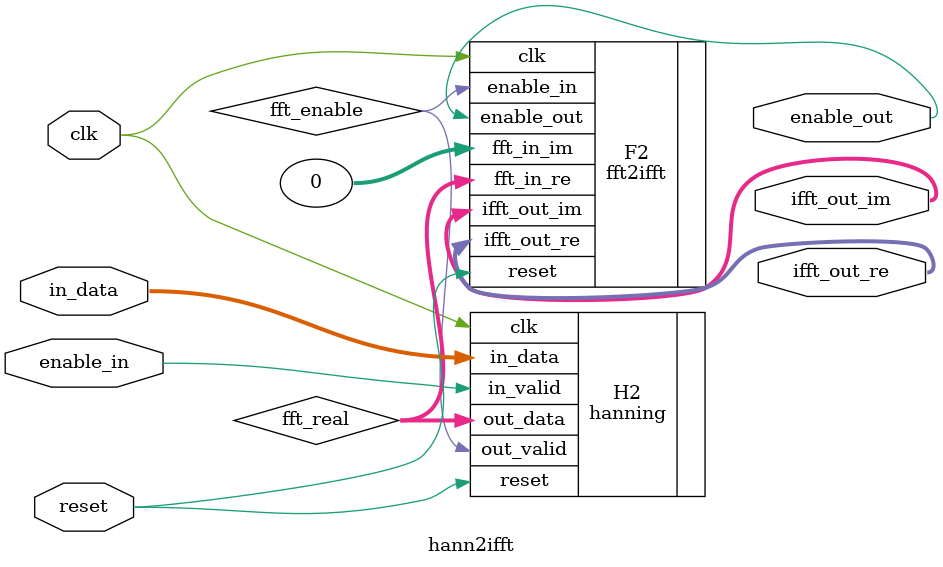
<source format=sv>
`include "fft2ifft.sv"
`include "hanning_32.sv"


`define bit_length 32

module hann2ifft(
    input 		                   clk,
	input 		                   reset,
	input 		                   enable_in,
	input 	     [`bit_length-1:0] in_data,
    output logic                   enable_out,
    output logic [`bit_length-1:0] ifft_out_re, ifft_out_im
);

    logic                          fft_enable;
    logic signed [`bit_length-1:0] fft_real;
    
    hanning H2(.clk(clk), .reset(reset), .in_valid(enable_in), .in_data(in_data), .out_valid(fft_enable), .out_data(fft_real));
    fft2ifft F2(.clk(clk), .reset(reset), .enable_in(fft_enable), .fft_in_re(fft_real), .fft_in_im(32'd0), .enable_out(enable_out), .ifft_out_re(ifft_out_re), .ifft_out_im(ifft_out_im));


endmodule

</source>
